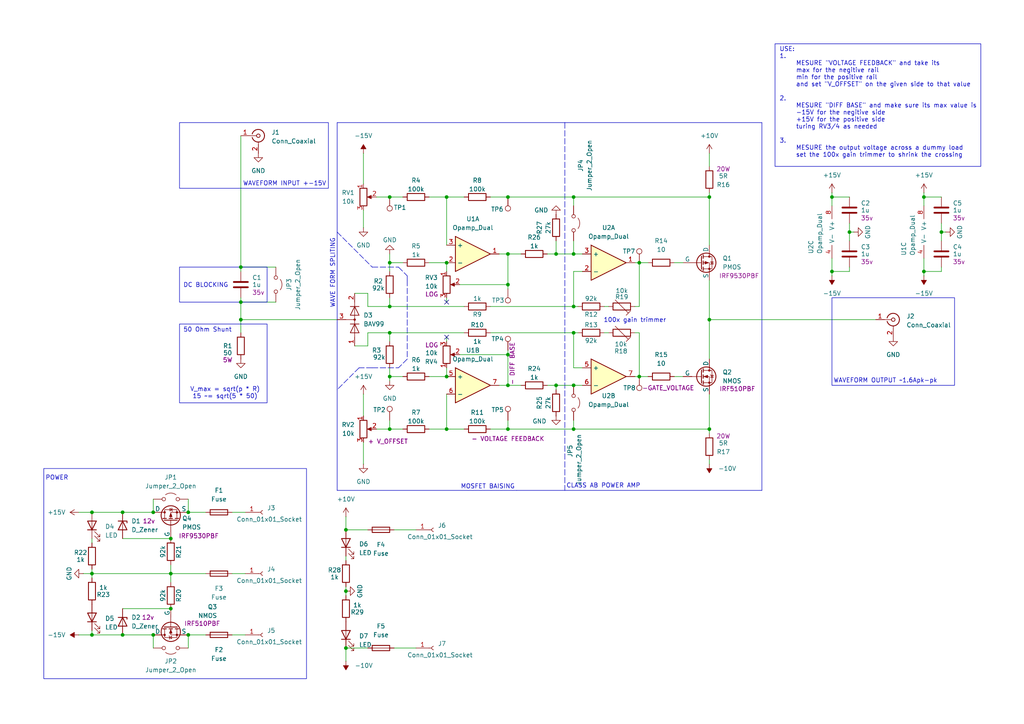
<source format=kicad_sch>
(kicad_sch (version 20250114) (generator "eeschema") (generator_version "9.0")
  (paper "A4")
  (title_block (title "CURRENT FUNCTION GEN") (date "2025-07-22") (rev "A") (comment 1 "FALSTAD SIM : https://tinyurl.com/23axph79"))
  (rectangle (start 224.79 12.7) (end 284.48 48.26))
  (rectangle (start 52.07 77.47) (end 77.47 87.63))
  (rectangle (start 52.07 35.56) (end 95.25 54.61))
  (rectangle (start 52.07 93.98) (end 77.47 116.84))
  (rectangle (start 12.7 135.89) (end 88.9 196.85))
  (rectangle (start 241.3 86.36) (end 276.86 111.76))
  (text "MOSFET BAISING" (at 141.478 141.224 0) (effects (font (size 1.27 1.27))))
  (text "WAVE FORM SPLITING" (at 96.52 79.248 90) (effects (font (size 1.27 1.27))))
  (text "POWER" (at 16.51 138.684 0) (effects (font (size 1.27 1.27))))
  (text "V_max = sqrt(p * R)\n15 ~= sqrt(5 * 50)\n" (at 65.278 114.046 0) (effects (font (size 1.27 1.27))))
  (text "WAVEFORM OUTPUT ~1.6Apk-pk\n" (at 256.794 110.49 0) (effects (font (size 1.27 1.27))))
  (text "CLASS AB POWER AMP" (at 175.006 140.97 0) (effects (font (size 1.27 1.27))))
  (text "100x gain trimmer" (at 184.15 92.964 0) (effects (font (size 1.27 1.27))))
  (text "50 Ohm Shunt" (at 60.198 95.758 0) (effects (font (size 1.27 1.27))))
  (text "DC BLOCKING" (at 59.69 82.804 0) (effects (font (size 1.27 1.27))))
  (text "USE:\n1.\n	MESURE \"VOLTAGE FEEDBACK\" and take its \n	max for the negitive rail\n	min for the positive rail\n	and set \"V_OFFSET\" on the given side to that value\n\n2.\n	MESURE \"DIFF BASE\" and make sure its max value is\n	-15V for the negitive side\n	+15V for the positive side\n	turing RV3/4 as needed\n\n3.\n	MESURE the output voltage across a dummy load\n	set the 100x gain trimmer to shrink the crossing" (at 226.06 29.718 0) (effects (font (size 1.27 1.27)) (justify left)))
  (text "WAVEFORM INPUT +-15V" (at 82.55 53.34 0) (effects (font (size 1.27 1.27))))
  (junction (at 49.53 176.53))
  (junction (at 129.54 57.15))
  (junction (at 147.32 73.66))
  (junction (at 100.33 153.67))
  (junction (at 166.37 88.9))
  (junction (at 205.74 92.71))
  (junction (at 113.03 124.46))
  (junction (at 241.3 57.15))
  (junction (at 241.3 78.74))
  (junction (at 113.03 109.22))
  (junction (at 100.33 187.96))
  (junction (at 147.32 102.87))
  (junction (at 113.03 96.52))
  (junction (at 166.37 96.52))
  (junction (at 185.42 76.2))
  (junction (at 147.32 111.76))
  (junction (at 69.85 92.71))
  (junction (at 161.29 111.76))
  (junction (at 54.61 148.59))
  (junction (at 205.74 124.46))
  (junction (at 113.03 57.15))
  (junction (at 44.45 184.15))
  (junction (at 44.45 148.59))
  (junction (at 267.97 57.15))
  (junction (at 113.03 88.9))
  (junction (at 161.29 73.66))
  (junction (at 147.32 57.15))
  (junction (at 166.37 111.76))
  (junction (at 69.85 77.47))
  (junction (at 49.53 156.21))
  (junction (at 166.37 57.15))
  (junction (at 54.61 184.15))
  (junction (at 129.54 76.2))
  (junction (at 166.37 124.46))
  (junction (at 69.85 87.63))
  (junction (at 129.54 124.46))
  (junction (at 166.37 73.66))
  (junction (at 273.05 67.31))
  (junction (at 26.67 184.15))
  (junction (at 267.97 78.74))
  (junction (at 100.33 171.45))
  (junction (at 129.54 109.22))
  (junction (at 35.56 148.59))
  (junction (at 35.56 184.15))
  (junction (at 147.32 124.46))
  (junction (at 185.42 109.22))
  (junction (at 147.32 82.55))
  (junction (at 26.67 166.37))
  (junction (at 246.38 67.31))
  (junction (at 113.03 76.2))
  (junction (at 205.74 57.15))
  (junction (at 26.67 148.59))
  (junction (at 49.53 166.37))
  (no_connect (at 129.54 87.63))
  (no_connect (at 129.54 97.79))
  (wire (pts (xy 124.46 124.46) (xy 129.54 124.46)))
  (polyline (pts (xy 107.95 77.47) (xy 115.57 77.47)) (stroke (width 0) (type dash)))
  (wire (pts (xy 241.3 74.93) (xy 241.3 78.74)))
  (wire (pts (xy 147.32 73.66) (xy 147.32 82.55)))
  (wire (pts (xy 161.29 111.76) (xy 161.29 113.03)))
  (wire (pts (xy 109.22 57.15) (xy 113.03 57.15)))
  (wire (pts (xy 184.15 76.2) (xy 185.42 76.2)))
  (wire (pts (xy 124.46 57.15) (xy 129.54 57.15)))
  (wire (pts (xy 113.03 76.2) (xy 116.84 76.2)))
  (wire (pts (xy 175.26 88.9) (xy 176.53 88.9)))
  (wire (pts (xy 35.56 156.21) (xy 49.53 156.21)))
  (polyline (pts (xy 107.95 77.47) (xy 107.95 77.47)))
  (wire (pts (xy 185.42 76.2) (xy 187.96 76.2)))
  (wire (pts (xy 267.97 57.15) (xy 273.05 57.15)))
  (wire (pts (xy 133.35 102.87) (xy 147.32 102.87)))
  (wire (pts (xy 26.67 156.21) (xy 26.67 157.48)))
  (wire (pts (xy 100.33 153.67) (xy 106.68 153.67)))
  (wire (pts (xy 166.37 73.66) (xy 168.91 73.66)))
  (polyline (pts (xy 107.95 106.68) (xy 104.14 106.68)) (stroke (width 0) (type dash)))
  (wire (pts (xy 267.97 55.88) (xy 267.97 57.15)))
  (wire (pts (xy 267.97 78.74) (xy 267.97 80.01)))
  (wire (pts (xy 205.74 92.71) (xy 254 92.71)))
  (wire (pts (xy 273.05 64.77) (xy 273.05 67.31)))
  (wire (pts (xy 147.32 124.46) (xy 166.37 124.46)))
  (wire (pts (xy 100.33 171.45) (xy 100.33 172.72)))
  (wire (pts (xy 113.03 106.68) (xy 113.03 109.22)))
  (polyline (pts (xy 118.11 81.28) (xy 118.11 104.14)) (stroke (width 0) (type dash)))
  (wire (pts (xy 129.54 76.2) (xy 129.54 78.74)))
  (wire (pts (xy 205.74 134.62) (xy 205.74 133.35)))
  (wire (pts (xy 142.24 96.52) (xy 166.37 96.52)))
  (polyline (pts (xy 97.79 67.31) (xy 97.79 113.03)))
  (wire (pts (xy 205.74 55.88) (xy 205.74 57.15)))
  (wire (pts (xy 246.38 77.47) (xy 246.38 78.74)))
  (wire (pts (xy 205.74 81.28) (xy 205.74 92.71)))
  (wire (pts (xy 129.54 114.3) (xy 129.54 124.46)))
  (wire (pts (xy 184.15 88.9) (xy 185.42 88.9)))
  (wire (pts (xy 35.56 184.15) (xy 44.45 184.15)))
  (wire (pts (xy 106.68 85.09) (xy 106.68 88.9)))
  (wire (pts (xy 26.67 166.37) (xy 49.53 166.37)))
  (wire (pts (xy 205.74 125.73) (xy 205.74 124.46)))
  (wire (pts (xy 114.3 187.96) (xy 120.65 187.96)))
  (wire (pts (xy 69.85 92.71) (xy 69.85 96.52)))
  (wire (pts (xy 185.42 96.52) (xy 185.42 109.22)))
  (wire (pts (xy 54.61 144.78) (xy 54.61 148.59)))
  (wire (pts (xy 175.26 96.52) (xy 176.53 96.52)))
  (wire (pts (xy 102.87 85.09) (xy 106.68 85.09)))
  (wire (pts (xy 124.46 109.22) (xy 129.54 109.22)))
  (wire (pts (xy 113.03 109.22) (xy 116.84 109.22)))
  (wire (pts (xy 35.56 176.53) (xy 49.53 176.53)))
  (wire (pts (xy 44.45 184.15) (xy 44.45 187.96)))
  (wire (pts (xy 166.37 69.85) (xy 166.37 73.66)))
  (wire (pts (xy 184.15 109.22) (xy 185.42 109.22)))
  (wire (pts (xy 106.68 88.9) (xy 113.03 88.9)))
  (wire (pts (xy 26.67 167.64) (xy 26.67 166.37)))
  (wire (pts (xy 241.3 55.88) (xy 241.3 57.15)))
  (polyline (pts (xy 163.83 35.56) (xy 163.83 142.24)) (stroke (width 0) (type dash)))
  (wire (pts (xy 100.33 187.96) (xy 106.68 187.96)))
  (wire (pts (xy 113.03 99.06) (xy 113.03 96.52)))
  (wire (pts (xy 185.42 109.22) (xy 187.96 109.22)))
  (wire (pts (xy 205.74 44.45) (xy 205.74 48.26)))
  (wire (pts (xy 67.31 166.37) (xy 71.12 166.37)))
  (wire (pts (xy 105.41 44.45) (xy 105.41 53.34)))
  (wire (pts (xy 113.03 110.49) (xy 113.03 109.22)))
  (wire (pts (xy 44.45 144.78) (xy 44.45 148.59)))
  (wire (pts (xy 205.74 92.71) (xy 205.74 104.14)))
  (wire (pts (xy 69.85 77.47) (xy 69.85 78.74)))
  (polyline (pts (xy 97.79 67.31) (xy 107.95 77.47)) (stroke (width 0) (type dash)))
  (wire (pts (xy 113.03 73.66) (xy 113.03 76.2)))
  (wire (pts (xy 69.85 87.63) (xy 69.85 92.71)))
  (wire (pts (xy 67.31 148.59) (xy 71.12 148.59)))
  (wire (pts (xy 195.58 76.2) (xy 198.12 76.2)))
  (wire (pts (xy 100.33 149.86) (xy 100.33 153.67)))
  (wire (pts (xy 142.24 57.15) (xy 147.32 57.15)))
  (wire (pts (xy 273.05 77.47) (xy 273.05 78.74)))
  (wire (pts (xy 69.85 77.47) (xy 80.01 77.47)))
  (wire (pts (xy 273.05 67.31) (xy 273.05 69.85)))
  (polyline (pts (xy 118.11 104.14) (xy 115.57 106.68)) (stroke (width 0) (type dash)))
  (polyline (pts (xy 97.79 35.56) (xy 163.83 35.56)))
  (polyline (pts (xy 97.79 113.03) (xy 97.79 142.24)))
  (wire (pts (xy 26.67 165.1) (xy 26.67 166.37)))
  (wire (pts (xy 106.68 96.52) (xy 106.68 100.33)))
  (wire (pts (xy 166.37 96.52) (xy 167.64 96.52)))
  (wire (pts (xy 158.75 111.76) (xy 161.29 111.76)))
  (wire (pts (xy 166.37 124.46) (xy 205.74 124.46)))
  (wire (pts (xy 147.32 111.76) (xy 147.32 102.87)))
  (wire (pts (xy 241.3 57.15) (xy 246.38 57.15)))
  (wire (pts (xy 147.32 57.15) (xy 166.37 57.15)))
  (wire (pts (xy 113.03 124.46) (xy 116.84 124.46)))
  (wire (pts (xy 166.37 57.15) (xy 205.74 57.15)))
  (wire (pts (xy 105.41 114.3) (xy 105.41 120.65)))
  (wire (pts (xy 185.42 76.2) (xy 185.42 88.9)))
  (wire (pts (xy 246.38 67.31) (xy 247.65 67.31)))
  (wire (pts (xy 22.86 148.59) (xy 26.67 148.59)))
  (polyline (pts (xy 220.98 35.56) (xy 220.98 142.24)))
  (wire (pts (xy 69.85 87.63) (xy 80.01 87.63)))
  (wire (pts (xy 166.37 78.74) (xy 168.91 78.74)))
  (wire (pts (xy 49.53 163.83) (xy 49.53 166.37)))
  (wire (pts (xy 100.33 161.29) (xy 100.33 162.56)))
  (wire (pts (xy 158.75 73.66) (xy 161.29 73.66)))
  (wire (pts (xy 54.61 184.15) (xy 54.61 187.96)))
  (wire (pts (xy 184.15 96.52) (xy 185.42 96.52)))
  (wire (pts (xy 205.74 114.3) (xy 205.74 124.46)))
  (wire (pts (xy 113.03 88.9) (xy 134.62 88.9)))
  (wire (pts (xy 113.03 78.74) (xy 113.03 76.2)))
  (wire (pts (xy 195.58 109.22) (xy 198.12 109.22)))
  (wire (pts (xy 273.05 67.31) (xy 274.32 67.31)))
  (wire (pts (xy 246.38 64.77) (xy 246.38 67.31)))
  (polyline (pts (xy 115.57 77.47) (xy 118.11 80.01)) (stroke (width 0) (type dash)))
  (wire (pts (xy 113.03 124.46) (xy 113.03 121.92)))
  (wire (pts (xy 161.29 73.66) (xy 166.37 73.66)))
  (wire (pts (xy 114.3 153.67) (xy 120.65 153.67)))
  (wire (pts (xy 54.61 184.15) (xy 59.69 184.15)))
  (wire (pts (xy 142.24 88.9) (xy 166.37 88.9)))
  (wire (pts (xy 106.68 96.52) (xy 113.03 96.52)))
  (wire (pts (xy 24.13 166.37) (xy 26.67 166.37)))
  (wire (pts (xy 22.86 184.15) (xy 26.67 184.15)))
  (wire (pts (xy 166.37 124.46) (xy 166.37 121.92)))
  (wire (pts (xy 129.54 97.79) (xy 129.54 99.06)))
  (wire (pts (xy 54.61 148.59) (xy 59.69 148.59)))
  (wire (pts (xy 129.54 124.46) (xy 134.62 124.46)))
  (wire (pts (xy 26.67 182.88) (xy 26.67 184.15)))
  (wire (pts (xy 142.24 124.46) (xy 147.32 124.46)))
  (wire (pts (xy 129.54 57.15) (xy 134.62 57.15)))
  (wire (pts (xy 241.3 78.74) (xy 246.38 78.74)))
  (wire (pts (xy 161.29 111.76) (xy 166.37 111.76)))
  (wire (pts (xy 105.41 134.62) (xy 105.41 128.27)))
  (wire (pts (xy 166.37 96.52) (xy 166.37 106.68)))
  (wire (pts (xy 267.97 57.15) (xy 267.97 59.69)))
  (wire (pts (xy 129.54 57.15) (xy 129.54 71.12)))
  (wire (pts (xy 205.74 57.15) (xy 205.74 71.12)))
  (wire (pts (xy 144.78 73.66) (xy 147.32 73.66)))
  (wire (pts (xy 49.53 166.37) (xy 59.69 166.37)))
  (wire (pts (xy 35.56 148.59) (xy 44.45 148.59)))
  (wire (pts (xy 100.33 191.77) (xy 100.33 187.96)))
  (wire (pts (xy 105.41 66.04) (xy 105.41 60.96)))
  (wire (pts (xy 100.33 170.18) (xy 100.33 171.45)))
  (wire (pts (xy 133.35 82.55) (xy 147.32 82.55)))
  (wire (pts (xy 147.32 73.66) (xy 151.13 73.66)))
  (wire (pts (xy 124.46 76.2) (xy 129.54 76.2)))
  (wire (pts (xy 241.3 78.74) (xy 241.3 80.01)))
  (wire (pts (xy 166.37 57.15) (xy 166.37 59.69)))
  (wire (pts (xy 241.3 57.15) (xy 241.3 59.69)))
  (wire (pts (xy 26.67 148.59) (xy 35.56 148.59)))
  (wire (pts (xy 129.54 87.63) (xy 129.54 86.36)))
  (wire (pts (xy 166.37 78.74) (xy 166.37 88.9)))
  (wire (pts (xy 161.29 69.85) (xy 161.29 73.66)))
  (wire (pts (xy 129.54 106.68) (xy 129.54 109.22)))
  (wire (pts (xy 166.37 88.9) (xy 167.64 88.9)))
  (wire (pts (xy 147.32 124.46) (xy 147.32 121.92)))
  (wire (pts (xy 113.03 57.15) (xy 116.84 57.15)))
  (wire (pts (xy 166.37 111.76) (xy 168.91 111.76)))
  (wire (pts (xy 26.67 184.15) (xy 35.56 184.15)))
  (wire (pts (xy 109.22 124.46) (xy 113.03 124.46)))
  (polyline (pts (xy 97.79 35.56) (xy 97.79 67.31)))
  (polyline (pts (xy 118.11 80.01) (xy 118.11 81.28)) (stroke (width 0) (type dash)))
  (polyline (pts (xy 104.14 106.68) (xy 97.79 113.03)) (stroke (width 0) (type dash)))
  (polyline (pts (xy 107.95 106.68) (xy 115.57 106.68)) (stroke (width 0) (type dash)))
  (wire (pts (xy 67.31 184.15) (xy 71.12 184.15)))
  (wire (pts (xy 69.85 39.37) (xy 69.85 77.47)))
  (wire (pts (xy 69.85 86.36) (xy 69.85 87.63)))
  (wire (pts (xy 166.37 106.68) (xy 168.91 106.68)))
  (wire (pts (xy 144.78 111.76) (xy 147.32 111.76)))
  (wire (pts (xy 69.85 92.71) (xy 97.79 92.71)))
  (wire (pts (xy 267.97 78.74) (xy 273.05 78.74)))
  (wire (pts (xy 246.38 67.31) (xy 246.38 69.85)))
  (polyline (pts (xy 97.79 142.24) (xy 149.86 142.24)))
  (wire (pts (xy 113.03 96.52) (xy 134.62 96.52)))
  (wire (pts (xy 113.03 86.36) (xy 113.03 88.9)))
  (polyline (pts (xy 149.86 142.24) (xy 220.98 142.24)) (stroke (width 0) (type solid)))
  (wire (pts (xy 102.87 100.33) (xy 106.68 100.33)))
  (wire (pts (xy 49.53 166.37) (xy 49.53 168.91)))
  (wire (pts (xy 267.97 74.93) (xy 267.97 78.74)))
  (wire (pts (xy 147.32 102.87) (xy 147.32 101.6)))
  (wire (pts (xy 147.32 82.55) (xy 147.32 83.82)))
  (wire (pts (xy 147.32 111.76) (xy 151.13 111.76)))
  (polyline (pts (xy 163.83 35.56) (xy 220.98 35.56)))
  (symbol (lib_id "Device:R_Potentiometer") (at 129.54 102.87 0) (mirror x) (unit 1)
    (property "Reference" "RV4" (at 127 104.902 0) (effects (justify right)))
    (property "Value" "10k" (at 127 102.362 0) (effects (justify right)))
    (property "Footprint" "Potentiometer_THT:Potentiometer_Bourns_PTV09A-1_Single_Vertical" (effects (hide yes)))
    (property "Datasheet" "https://www.bourns.com/docs/Product-Datasheets/ptv09.pdf" (effects (hide yes)))
    (property "Description" "Potentiometer" (effects (hide yes)))
    (property "Manufactor Number" "PTV09A-4025S-A103" (effects (hide yes)))
    (property "Notes" "LOG" (at 125.222 100.0759 0))
    (property "Supplier Link" "https://www.digikey.co.nz/en/products/detail/bourns-inc/PTV09A-4025S-A103/3820578" (effects (hide yes)))
  )
  (symbol (lib_id "Device:Fuse") (at 110.49 153.67 90) (unit 1)
    (property "Reference" "F4" (at 110.49 157.988 90))
    (property "Value" "Fuse" (at 110.49 160.528 90))
    (property "Footprint" "Fuse:Fuseholder_Clip-5x20mm_Bel_FC-203-22_Lateral_P17.80x5.00mm_D1.17mm_Horizontal" (effects (hide yes)))
    (property "Description" "Fuse" (effects (hide yes)))
  )
  (symbol (lib_id "Jumper:Jumper_2_Open") (at 166.37 116.84 270) (unit 1)
    (property "Reference" "JP5" (at 165.354 130.81 0))
    (property "Value" "Jumper_2_Open" (at 167.894 133.35 0))
    (property "Footprint" "Jumper:SolderJumper-2_P1.3mm_Open_TrianglePad1.0x1.5mm" (effects (hide yes)))
    (property "Description" "Jumper, 2-pole, open" (effects (hide yes)))
  )
  (symbol (lib_id "Device:R") (at 100.33 166.37 0) (unit 1)
    (property "Reference" "R28" (at 97.028 165.354 0))
    (property "Value" "1k" (at 97.028 167.386 0))
    (property "Footprint" "Resistor_SMD:R_0603_1608Metric" (effects (hide yes)))
    (property "Description" "Resistor" (effects (hide yes)))
  )
  (symbol (lib_id "Simulation_SPICE:PMOS") (at 203.2 76.2 0) (unit 1)
    (property "Reference" "Q1" (at 209.55 74.9299 0) (effects (justify left)))
    (property "Value" "PMOS" (at 209.55 77.4699 0) (effects (justify left)))
    (property "Footprint" "Package_TO_SOT_THT:TO-220-3_Horizontal_TabDown" (effects (hide yes)))
    (property "Datasheet" "https://www.vishay.com/docs/91076/91076.pdf" (effects (hide yes)))
    (property "Description" "P-MOSFET transistor, drain/source/gate" (effects (hide yes)))
    (property "Sim.Device" "PMOS" (effects (hide yes)))
    (property "Sim.Type" "VDMOS" (effects (hide yes)))
    (property "Sim.Pins" "1=D 2=G 3=S" (effects (hide yes)))
    (property "Manufactor Number" "IRF9530PBF" (at 214.376 80.01 0))
    (property "Supplier Link" "https://www.digikey.co.nz/en/products/detail/vishay-siliconix/IRF9530PBF/811815" (effects (hide yes)))
  )
  (symbol (lib_id "Device:LED") (at 26.67 152.4 90) (unit 1)
    (property "Reference" "D4" (at 30.48 152.7174 90) (effects (justify right)))
    (property "Value" "LED" (at 30.48 155.2574 90) (effects (justify right)))
    (property "Footprint" "Diode_SMD:D_0603_1608Metric" (effects (hide yes)))
    (property "Description" "Light emitting diode" (effects (hide yes)))
    (property "Sim.Pins" "1=K 2=A" (effects (hide yes)))
  )
  (symbol (lib_id "power:GND") (at 100.33 171.45 90) (unit 1)
    (property "Reference" "#PWR025" (effects (hide yes)))
    (property "Value" "GND" (at 104.394 169.418 0) (effects (justify right)))
    (property "Description" "Power symbol creates a global label with name \"GND\" , ground" (effects (hide yes)))
  )
  (symbol (lib_id "Device:R") (at 26.67 161.29 0) (unit 1)
    (property "Reference" "R22" (at 23.368 160.274 0))
    (property "Value" "1k" (at 23.368 162.306 0))
    (property "Footprint" "Resistor_SMD:R_0603_1608Metric" (effects (hide yes)))
    (property "Description" "Resistor" (effects (hide yes)))
  )
  (symbol (lib_id "Device:D_Zener") (at 35.56 152.4 270) (unit 1)
    (property "Reference" "D1" (at 38.1 151.1299 90) (effects (justify left)))
    (property "Value" "D_Zener" (at 38.1 153.6699 90) (effects (justify left)))
    (property "Footprint" "Diode_SMD:D_SOD-123" (effects (hide yes)))
    (property "Description" "Zener diode" (effects (hide yes)))
    (property "Manufactor Number" "MMSZ5231B-7-F" (effects (hide yes)))
    (property "Notes" "12v" (at 43.18 151.13 90))
    (property "Supplier Link" "https://www.diodes.com/assets/Datasheets/ds18015.pdf" (effects (hide yes)))
  )
  (symbol (lib_id "Simulation_SPICE:PMOS") (at 49.53 151.13 90) (unit 1)
    (property "Reference" "Q4" (at 52.832 150.3679 90) (effects (justify right)))
    (property "Value" "PMOS" (at 52.832 152.9079 90) (effects (justify right)))
    (property "Footprint" "Package_TO_SOT_THT:TO-220-3_Horizontal_TabDown" (effects (hide yes)))
    (property "Datasheet" "https://www.vishay.com/docs/91076/91076.pdf" (effects (hide yes)))
    (property "Description" "P-MOSFET transistor, drain/source/gate" (effects (hide yes)))
    (property "Sim.Device" "PMOS" (effects (hide yes)))
    (property "Sim.Type" "VDMOS" (effects (hide yes)))
    (property "Sim.Pins" "1=D 2=G 3=S" (effects (hide yes)))
    (property "Manufactor Number" "IRF9530PBF" (at 57.658 155.448 90))
    (property "Supplier Link" "https://www.digikey.co.nz/en/products/detail/vishay-siliconix/IRF9530PBF/811815" (effects (hide yes)))
  )
  (symbol (lib_id "power:GND") (at 113.03 73.66 180) (unit 1)
    (property "Reference" "#PWR06" (effects (hide yes)))
    (property "Value" "GND" (at 110.998 69.596 0) (effects (justify right)))
    (property "Description" "Power symbol creates a global label with name \"GND\" , ground" (effects (hide yes)))
  )
  (symbol (lib_id "Device:Fuse") (at 63.5 148.59 90) (unit 1)
    (property "Reference" "F1" (at 63.5 142.24 90))
    (property "Value" "Fuse" (at 63.5 144.78 90))
    (property "Footprint" "Fuse:Fuseholder_Clip-5x20mm_Bel_FC-203-22_Lateral_P17.80x5.00mm_D1.17mm_Horizontal" (effects (hide yes)))
    (property "Description" "Fuse" (effects (hide yes)))
  )
  (symbol (lib_id "Device:R") (at 154.94 73.66 270) (unit 1)
    (property "Reference" "R26" (at 154.94 68.834 90))
    (property "Value" "1k" (at 154.94 71.374 90))
    (property "Footprint" "Resistor_SMD:R_0603_1608Metric" (effects (hide yes)))
    (property "Description" "Resistor" (effects (hide yes)))
  )
  (symbol (lib_id "Device:R") (at 120.65 57.15 270) (unit 1)
    (property "Reference" "R4" (at 120.65 52.324 90))
    (property "Value" "100k" (at 120.65 54.864 90))
    (property "Footprint" "Resistor_SMD:R_0603_1608Metric" (effects (hide yes)))
    (property "Description" "Resistor" (effects (hide yes)))
  )
  (symbol (lib_id "power:+15V") (at 100.33 149.86 0) (unit 1)
    (property "Reference" "#PWR024" (effects (hide yes)))
    (property "Value" "+10V" (at 100.33 144.78 0))
    (property "Description" "Power symbol creates a global label with name \"+15V\"" (effects (hide yes)))
  )
  (symbol (lib_id "Connector:Conn_Coaxial") (at 259.08 92.71 0) (unit 1)
    (property "Reference" "J2" (at 262.89 91.7331 0) (effects (justify left)))
    (property "Value" "Conn_Coaxial" (at 262.89 94.2731 0) (effects (justify left)))
    (property "Footprint" "Connector_Coaxial:BNC_TEConnectivity_1478035_Horizontal" (effects (hide yes)))
    (property "Description" "coaxial connector (BNC, SMA, SMB, SMC, Cinch/RCA, LEMO, ...)" (effects (hide yes)))
  )
  (symbol (lib_id "power:-15V") (at 205.74 134.62 180) (unit 1)
    (property "Reference" "#PWR09" (effects (hide yes)))
    (property "Value" "-10V" (at 208.28 135.8899 0) (effects (justify right)))
    (property "Description" "Power symbol creates a global label with name \"-15V\"" (effects (hide yes)))
  )
  (symbol (lib_id "Device:LED") (at 26.67 179.07 90) (unit 1)
    (property "Reference" "D5" (at 30.48 179.3874 90) (effects (justify right)))
    (property "Value" "LED" (at 30.48 181.9274 90) (effects (justify right)))
    (property "Footprint" "Diode_SMD:D_0603_1608Metric" (effects (hide yes)))
    (property "Description" "Light emitting diode" (effects (hide yes)))
    (property "Sim.Pins" "1=K 2=A" (effects (hide yes)))
  )
  (symbol (lib_id "Connector:Conn_01x01_Socket") (at 76.2 184.15 0) (unit 1)
    (property "Reference" "J5" (at 77.47 182.8799 0) (effects (justify left)))
    (property "Value" "Conn_01x01_Socket" (at 68.58 186.182 0) (effects (justify left)))
    (property "Footprint" "Connector:Banana_Jack_1Pin" (effects (hide yes)))
    (property "Description" "Generic connector, single row, 01x01, script generated" (effects (hide yes)))
  )
  (symbol (lib_id "Device:R") (at 138.43 57.15 270) (unit 1)
    (property "Reference" "R8" (at 138.43 52.324 90))
    (property "Value" "100k" (at 138.43 54.864 90))
    (property "Footprint" "Resistor_SMD:R_0603_1608Metric" (effects (hide yes)))
    (property "Description" "Resistor" (effects (hide yes)))
  )
  (symbol (lib_id "Device:R") (at 191.77 76.2 90) (unit 1)
    (property "Reference" "R14" (at 191.77 69.85 90))
    (property "Value" "10" (at 191.77 72.39 90))
    (property "Footprint" "Resistor_SMD:R_0603_1608Metric" (effects (hide yes)))
    (property "Description" "Resistor" (effects (hide yes)))
  )
  (symbol (lib_id "Device:C") (at 273.05 60.96 180) (unit 1)
    (property "Reference" "C5" (at 276.352 58.928 0) (effects (justify right)))
    (property "Value" "1u" (at 276.352 60.9601 0) (effects (justify right)))
    (property "Footprint" "Capacitor_SMD:C_0805_2012Metric" (effects (hide yes)))
    (property "Description" "Unpolarized capacitor" (effects (hide yes)))
    (property "Manufactor Number" "CC0805KKX7R9BB105" (effects (hide yes)))
    (property "Notes" "35v" (at 278.13 63.2461 0))
    (property "Supplier Link" "https://www.digikey.co.nz/en/products/detail/yageo/CC0805KKX7R9BB105/5195292" (effects (hide yes)))
  )
  (symbol (lib_id "Device:Fuse") (at 63.5 184.15 90) (unit 1)
    (property "Reference" "F2" (at 63.5 188.468 90))
    (property "Value" "Fuse" (at 63.5 191.008 90))
    (property "Footprint" "Fuse:Fuseholder_Clip-5x20mm_Bel_FC-203-22_Lateral_P17.80x5.00mm_D1.17mm_Horizontal" (effects (hide yes)))
    (property "Description" "Fuse" (effects (hide yes)))
  )
  (symbol (lib_id "Device:R_Potentiometer") (at 129.54 82.55 0) (unit 1)
    (property "Reference" "RV3" (at 127 80.518 0) (effects (justify right)))
    (property "Value" "10k" (at 127 83.058 0) (effects (justify right)))
    (property "Footprint" "Potentiometer_THT:Potentiometer_Bourns_PTV09A-1_Single_Vertical" (effects (hide yes)))
    (property "Datasheet" "https://www.bourns.com/docs/Product-Datasheets/ptv09.pdf" (effects (hide yes)))
    (property "Description" "Potentiometer" (effects (hide yes)))
    (property "Manufactor Number" "PTV09A-4025S-A103" (effects (hide yes)))
    (property "Notes" "LOG" (at 125.222 85.3441 0))
    (property "Supplier Link" "https://www.digikey.co.nz/en/products/detail/bourns-inc/PTV09A-4025S-A103/3820578" (effects (hide yes)))
  )
  (symbol (lib_id "power:GND") (at 113.03 110.49 0) (unit 1)
    (property "Reference" "#PWR07" (effects (hide yes)))
    (property "Value" "GND" (at 113.03 115.57 0))
    (property "Description" "Power symbol creates a global label with name \"GND\" , ground" (effects (hide yes)))
  )
  (symbol (lib_id "power:GND") (at 161.29 120.65 0) (unit 1)
    (property "Reference" "#PWR021" (effects (hide yes)))
    (property "Value" "GND" (at 156.464 122.174 0))
    (property "Description" "Power symbol creates a global label with name \"GND\" , ground" (effects (hide yes)))
  )
  (symbol (lib_id "Device:Opamp_Dual") (at 270.51 67.31 0) (unit 3)
    (property "Reference" "U1" (at 262.128 74.168 90) (effects (justify left)))
    (property "Value" "Opamp_Dual" (at 264.668 74.168 90) (effects (justify left)))
    (property "Footprint" "Package_SO:SOIC-8-1EP_3.9x4.9mm_P1.27mm_EP2.29x3mm_ThermalVias" (effects (hide yes)))
    (property "Datasheet" "https://www.ti.com/lit/ds/symlink/lm7372.pdf?HQS=dis-dk-null-digikeymode-dsf-pf-null-wwe&ts=1753149553067&ref_url=https%253A%252F%252Fwww.ti.com%252Fgeneral%252Fdocs%252Fsuppproductinfo.tsp%253FdistId%253D10%2526gotoUrl%253Dhttps%253A%252F%252Fwww.ti.com%252Flit%252Fgpn%252Flm7372" (effects (hide yes)))
    (property "Description" "Dual operational amplifier" (effects (hide yes)))
    (property "Sim.Library" "${KICAD9_SYMBOL_DIR}/Simulation_SPICE.sp" (effects (hide yes)))
    (property "Sim.Name" "kicad_builtin_opamp_dual" (effects (hide yes)))
    (property "Sim.Device" "SUBCKT" (effects (hide yes)))
    (property "Sim.Pins" "1=out1 2=in1- 3=in1+ 4=vee 5=in2+ 6=in2- 7=out2 8=vcc" (effects (hide yes)))
    (property "Manufactor Number" "LM7372MRX" (effects (hide yes)))
    (property "Supplier Link" "https://www.digikey.co.nz/en/products/detail/texas-instruments/LM7372MRX-NOPB/1284484" (effects (hide yes)))
  )
  (symbol (lib_id "Device:R_Trim") (at 180.34 96.52 270) (unit 1)
    (property "Reference" "R18" (at 180.086 101.854 90))
    (property "Value" "10k" (at 180.086 99.822 90))
    (property "Footprint" "Potentiometer_THT:Potentiometer_Bourns_3296W_Vertical" (effects (hide yes)))
    (property "Datasheet" "https://www.bourns.com/docs/product-datasheets/3296.pdf" (effects (hide yes)))
    (property "Description" "Trimmable resistor (preset resistor)" (effects (hide yes)))
    (property "Supplier Link" "https://www.digikey.co.nz/en/products/detail/bourns-inc/3296W-1-103LF/1088045" (effects (hide yes)))
    (property "Manufactor Number" "3296W-1-103LF" (effects (hide yes)))
  )
  (symbol (lib_id "power:GND") (at 105.41 134.62 0) (unit 1)
    (property "Reference" "#PWR05" (effects (hide yes)))
    (property "Value" "GND" (at 105.41 139.7 0))
    (property "Description" "Power symbol creates a global label with name \"GND\" , ground" (effects (hide yes)))
  )
  (symbol (lib_id "power:-15V") (at 22.86 184.15 90) (unit 1)
    (property "Reference" "#PWR018" (effects (hide yes)))
    (property "Value" "-15V" (at 19.05 184.1499 90) (effects (justify left)))
    (property "Description" "Power symbol creates a global label with name \"-15V\"" (effects (hide yes)))
  )
  (symbol (lib_id "Device:Opamp_Dual") (at 137.16 111.76 0) (unit 2)
    (property "Reference" "U1" (at 137.16 101.6 0))
    (property "Value" "Opamp_Dual" (at 137.16 104.14 0))
    (property "Footprint" "Package_SO:SOIC-8-1EP_3.9x4.9mm_P1.27mm_EP2.29x3mm_ThermalVias" (effects (hide yes)))
    (property "Datasheet" "https://www.ti.com/lit/ds/symlink/lm7372.pdf?HQS=dis-dk-null-digikeymode-dsf-pf-null-wwe&ts=1753149553067&ref_url=https%253A%252F%252Fwww.ti.com%252Fgeneral%252Fdocs%252Fsuppproductinfo.tsp%253FdistId%253D10%2526gotoUrl%253Dhttps%253A%252F%252Fwww.ti.com%252Flit%252Fgpn%252Flm7372" (effects (hide yes)))
    (property "Description" "Dual operational amplifier" (effects (hide yes)))
    (property "Sim.Library" "${KICAD9_SYMBOL_DIR}/Simulation_SPICE.sp" (effects (hide yes)))
    (property "Sim.Name" "kicad_builtin_opamp_dual" (effects (hide yes)))
    (property "Sim.Device" "SUBCKT" (effects (hide yes)))
    (property "Sim.Pins" "1=out1 2=in1- 3=in1+ 4=vee 5=in2+ 6=in2- 7=out2 8=vcc" (effects (hide yes)))
    (property "Manufactor Number" "LM7372MRX" (effects (hide yes)))
    (property "Supplier Link" "https://www.digikey.co.nz/en/products/detail/texas-instruments/LM7372MRX-NOPB/1284484" (effects (hide yes)))
  )
  (symbol (lib_id "power:GND") (at 69.85 104.14 0) (unit 1)
    (property "Reference" "#PWR020" (effects (hide yes)))
    (property "Value" "GND" (at 69.85 109.22 0))
    (property "Description" "Power symbol creates a global label with name \"GND\" , ground" (effects (hide yes)))
  )
  (symbol (lib_id "Device:R") (at 161.29 116.84 0) (unit 1)
    (property "Reference" "R25" (at 156.464 116.84 90))
    (property "Value" "27k" (at 159.004 116.84 90))
    (property "Footprint" "Resistor_SMD:R_0603_1608Metric" (effects (hide yes)))
    (property "Description" "Resistor" (effects (hide yes)))
  )
  (symbol (lib_id "Connector:TestPoint") (at 147.32 121.92 0) (unit 1) (in_bom no)
    (property "Reference" "TP5" (at 142.494 118.872 0) (effects (justify left)))
    (property "Value" "TestPoint" (effects (hide yes)))
    (property "Footprint" "TestPoint:TestPoint_Bridge_Pitch2.54mm_Drill1.3mm" (effects (hide yes)))
    (property "Description" "test point" (effects (hide yes)))
    (property "Notes" "- VOLTAGE FEEDBACK" (at 147.32 127.254 0))
  )
  (symbol (lib_id "Device:R") (at 161.29 66.04 0) (unit 1)
    (property "Reference" "R27" (at 156.464 66.04 90))
    (property "Value" "27k" (at 159.004 66.04 90))
    (property "Footprint" "Resistor_SMD:R_0603_1608Metric" (effects (hide yes)))
    (property "Description" "Resistor" (effects (hide yes)))
  )
  (symbol (lib_id "power:GND") (at 105.41 66.04 0) (unit 1)
    (property "Reference" "#PWR03" (effects (hide yes)))
    (property "Value" "GND" (at 105.41 71.12 0))
    (property "Description" "Power symbol creates a global label with name \"GND\" , ground" (effects (hide yes)))
  )
  (symbol (lib_id "Connector:Conn_01x01_Socket") (at 125.73 187.96 0) (unit 1)
    (property "Reference" "J7" (at 127 186.6899 0) (effects (justify left)))
    (property "Value" "Conn_01x01_Socket" (at 118.11 189.992 0) (effects (justify left)))
    (property "Footprint" "Connector:Banana_Jack_1Pin" (effects (hide yes)))
    (property "Description" "Generic connector, single row, 01x01, script generated" (effects (hide yes)))
  )
  (symbol (lib_id "power:GND") (at 259.08 97.79 0) (unit 1)
    (property "Reference" "#PWR013" (effects (hide yes)))
    (property "Value" "GND" (at 259.08 102.87 0))
    (property "Description" "Power symbol creates a global label with name \"GND\" , ground" (effects (hide yes)))
  )
  (symbol (lib_id "power:+15V") (at 205.74 44.45 0) (unit 1)
    (property "Reference" "#PWR08" (effects (hide yes)))
    (property "Value" "+10V" (at 205.74 39.37 0))
    (property "Description" "Power symbol creates a global label with name \"+15V\"" (effects (hide yes)))
  )
  (symbol (lib_id "Device:Opamp_Dual") (at 176.53 76.2 0) (unit 1)
    (property "Reference" "U2" (at 176.53 66.04 0))
    (property "Value" "Opamp_Dual" (at 176.53 68.58 0))
    (property "Footprint" "Package_SO:SOIC-8-1EP_3.9x4.9mm_P1.27mm_EP2.29x3mm_ThermalVias" (effects (hide yes)))
    (property "Datasheet" "https://www.ti.com/lit/ds/symlink/lm7372.pdf?HQS=dis-dk-null-digikeymode-dsf-pf-null-wwe&ts=1753149553067&ref_url=https%253A%252F%252Fwww.ti.com%252Fgeneral%252Fdocs%252Fsuppproductinfo.tsp%253FdistId%253D10%2526gotoUrl%253Dhttps%253A%252F%252Fwww.ti.com%252Flit%252Fgpn%252Flm7372" (effects (hide yes)))
    (property "Description" "Dual operational amplifier" (effects (hide yes)))
    (property "Sim.Library" "${KICAD9_SYMBOL_DIR}/Simulation_SPICE.sp" (effects (hide yes)))
    (property "Sim.Name" "kicad_builtin_opamp_dual" (effects (hide yes)))
    (property "Sim.Device" "SUBCKT" (effects (hide yes)))
    (property "Sim.Pins" "1=out1 2=in1- 3=in1+ 4=vee 5=in2+ 6=in2- 7=out2 8=vcc" (effects (hide yes)))
    (property "Manufactor Number" "LM7372MRX" (effects (hide yes)))
    (property "Supplier Link" "https://www.digikey.co.nz/en/products/detail/texas-instruments/LM7372MRX-NOPB/1284484" (effects (hide yes)))
  )
  (symbol (lib_id "Device:Opamp_Dual") (at 243.84 67.31 0) (unit 3)
    (property "Reference" "U2" (at 235.204 73.66 90) (effects (justify left)))
    (property "Value" "Opamp_Dual" (at 237.744 73.66 90) (effects (justify left)))
    (property "Footprint" "Package_SO:SOIC-8-1EP_3.9x4.9mm_P1.27mm_EP2.29x3mm_ThermalVias" (effects (hide yes)))
    (property "Datasheet" "https://www.ti.com/lit/ds/symlink/lm7372.pdf?HQS=dis-dk-null-digikeymode-dsf-pf-null-wwe&ts=1753149553067&ref_url=https%253A%252F%252Fwww.ti.com%252Fgeneral%252Fdocs%252Fsuppproductinfo.tsp%253FdistId%253D10%2526gotoUrl%253Dhttps%253A%252F%252Fwww.ti.com%252Flit%252Fgpn%252Flm7372" (effects (hide yes)))
    (property "Description" "Dual operational amplifier" (effects (hide yes)))
    (property "Sim.Library" "${KICAD9_SYMBOL_DIR}/Simulation_SPICE.sp" (effects (hide yes)))
    (property "Sim.Name" "kicad_builtin_opamp_dual" (effects (hide yes)))
    (property "Sim.Device" "SUBCKT" (effects (hide yes)))
    (property "Sim.Pins" "1=out1 2=in1- 3=in1+ 4=vee 5=in2+ 6=in2- 7=out2 8=vcc" (effects (hide yes)))
    (property "Manufactor Number" "LM7372MRX" (effects (hide yes)))
    (property "Supplier Link" "https://www.digikey.co.nz/en/products/detail/texas-instruments/LM7372MRX-NOPB/1284484" (effects (hide yes)))
  )
  (symbol (lib_id "power:GND") (at 247.65 67.31 90) (unit 1)
    (property "Reference" "#PWR012" (effects (hide yes)))
    (property "Value" "GND" (at 251.714 65.278 0) (effects (justify right)))
    (property "Description" "Power symbol creates a global label with name \"GND\" , ground" (effects (hide yes)))
  )
  (symbol (lib_id "Device:R") (at 100.33 176.53 180) (unit 1)
    (property "Reference" "R29" (at 103.632 177.546 0))
    (property "Value" "1k" (at 103.632 175.514 0))
    (property "Footprint" "Resistor_SMD:R_0603_1608Metric" (effects (hide yes)))
    (property "Description" "Resistor" (effects (hide yes)))
  )
  (symbol (lib_id "Connector:TestPoint") (at 147.32 101.6 0) (unit 1) (in_bom no)
    (property "Reference" "TP4" (at 142.494 98.298 0) (effects (justify left)))
    (property "Value" "TestPoint" (effects (hide yes)))
    (property "Footprint" "TestPoint:TestPoint_Bridge_Pitch2.54mm_Drill1.3mm" (effects (hide yes)))
    (property "Description" "test point" (effects (hide yes)))
    (property "Notes" "- DIFF BASE" (at 148.59 105.41 90))
  )
  (symbol (lib_id "Jumper:Jumper_2_Open") (at 166.37 64.77 270) (unit 1)
    (property "Reference" "JP4" (at 168.402 48.006 0))
    (property "Value" "Jumper_2_Open" (at 170.942 48.006 0))
    (property "Footprint" "Jumper:SolderJumper-2_P1.3mm_Open_TrianglePad1.0x1.5mm" (effects (hide yes)))
    (property "Description" "Jumper, 2-pole, open" (effects (hide yes)))
  )
  (symbol (lib_id "Device:R") (at 69.85 100.33 0) (unit 1)
    (property "Reference" "R1" (at 66.04 100.33 0))
    (property "Value" "50" (at 66.04 102.362 0))
    (property "Footprint" "Resistor_THT:R_Axial_DIN0309_L9.0mm_D3.2mm_P12.70mm_Horizontal" (effects (hide yes)))
    (property "Description" "Resistor" (effects (hide yes)))
    (property "Manufactor Number" "UB5C-10RF1" (effects (hide yes)))
    (property "Notes" "5W" (at 66.04 104.394 0))
    (property "Supplier Link" "https://www.digikey.co.nz/en/products/detail/riedon-products-by-bourns/UB5C-10RF1/2176635" (effects (hide yes)))
  )
  (symbol (lib_id "Device:R") (at 138.43 96.52 270) (unit 1)
    (property "Reference" "R10" (at 138.43 94.234 90))
    (property "Value" "1k" (at 138.43 99.06 90))
    (property "Footprint" "Resistor_SMD:R_0603_1608Metric" (effects (hide yes)))
    (property "Description" "Resistor" (effects (hide yes)))
  )
  (symbol (lib_id "Connector:TestPoint") (at 113.03 57.15 180) (unit 1) (in_bom no)
    (property "Reference" "TP1" (at 117.856 60.198 0) (effects (justify left)))
    (property "Value" "TestPoint" (effects (hide yes)))
    (property "Footprint" "TestPoint:TestPoint_Bridge_Pitch2.54mm_Drill1.3mm" (effects (hide yes)))
    (property "Description" "test point" (effects (hide yes)))
  )
  (symbol (lib_id "power:-15V") (at 100.33 191.77 180) (unit 1)
    (property "Reference" "#PWR023" (effects (hide yes)))
    (property "Value" "-10V" (at 102.87 193.0399 0) (effects (justify right)))
    (property "Description" "Power symbol creates a global label with name \"-15V\"" (effects (hide yes)))
  )
  (symbol (lib_id "Device:D_Zener") (at 35.56 180.34 270) (unit 1)
    (property "Reference" "D2" (at 38.1 179.0699 90) (effects (justify left)))
    (property "Value" "D_Zener" (at 38.1 181.6099 90) (effects (justify left)))
    (property "Footprint" "Diode_SMD:D_SOD-123" (effects (hide yes)))
    (property "Description" "Zener diode" (effects (hide yes)))
    (property "Manufactor Number" "MMSZ5231B-7-F" (effects (hide yes)))
    (property "Notes" "12v" (at 42.926 179.07 90))
    (property "Supplier Link" "https://www.diodes.com/assets/Datasheets/ds18015.pdf" (effects (hide yes)))
  )
  (symbol (lib_id "Device:R") (at 26.67 171.45 180) (unit 1)
    (property "Reference" "R23" (at 29.972 172.466 0))
    (property "Value" "1k" (at 29.972 170.434 0))
    (property "Footprint" "Resistor_SMD:R_0603_1608Metric" (effects (hide yes)))
    (property "Description" "Resistor" (effects (hide yes)))
  )
  (symbol (lib_id "Connector:TestPoint") (at 113.03 121.92 0) (unit 1) (in_bom no)
    (property "Reference" "TP2" (at 108.204 118.872 0) (effects (justify left)))
    (property "Value" "TestPoint" (effects (hide yes)))
    (property "Footprint" "TestPoint:TestPoint_Bridge_Pitch2.54mm_Drill1.3mm" (effects (hide yes)))
    (property "Description" "test point" (effects (hide yes)))
    (property "Notes" "+ V_OFFSET" (at 112.522 128.016 0))
  )
  (symbol (lib_id "Device:R") (at 205.74 52.07 0) (unit 1)
    (property "Reference" "R16" (at 209.804 53.594 0))
    (property "Value" "5R" (at 209.804 51.054 0))
    (property "Footprint" "Package_TO_SOT_THT:TO-220-2_Horizontal_TabDown" (effects (hide yes)))
    (property "Datasheet" "https://www.bourns.com/docs/Product-Datasheets/PWR220T-35.pdf" (effects (hide yes)))
    (property "Description" "Resistor" (effects (hide yes)))
    (property "Manufactor Number" "PWR220T-35-5R00F" (effects (hide yes)))
    (property "Notes" "20W" (at 209.804 49.022 0))
    (property "Supplier Link" "https://www.digikey.co.nz/en/products/detail/bourns-inc/PWR220T-35-5R00F/4699653" (effects (hide yes)))
  )
  (symbol (lib_id "power:+15V") (at 22.86 148.59 90) (unit 1)
    (property "Reference" "#PWR017" (effects (hide yes)))
    (property "Value" "+15V" (at 19.05 148.5899 90) (effects (justify left)))
    (property "Description" "Power symbol creates a global label with name \"+15V\"" (effects (hide yes)))
  )
  (symbol (lib_id "Connector:Conn_01x01_Socket") (at 76.2 148.59 0) (unit 1)
    (property "Reference" "J3" (at 77.47 147.3199 0) (effects (justify left)))
    (property "Value" "Conn_01x01_Socket" (at 68.58 150.622 0) (effects (justify left)))
    (property "Footprint" "Connector:Banana_Jack_1Pin" (effects (hide yes)))
    (property "Description" "Generic connector, single row, 01x01, script generated" (effects (hide yes)))
  )
  (symbol (lib_id "power:GND") (at 24.13 166.37 270) (unit 1)
    (property "Reference" "#PWR019" (effects (hide yes)))
    (property "Value" "GND" (at 20.066 168.402 0) (effects (justify right)))
    (property "Description" "Power symbol creates a global label with name \"GND\" , ground" (effects (hide yes)))
  )
  (symbol (lib_id "Connector:TestPoint") (at 147.32 57.15 180) (unit 1) (in_bom no)
    (property "Reference" "TP6" (at 146.05 60.706 0) (effects (justify left)))
    (property "Value" "TestPoint" (effects (hide yes)))
    (property "Footprint" "TestPoint:TestPoint_Bridge_Pitch2.54mm_Drill1.3mm" (effects (hide yes)))
    (property "Description" "test point" (effects (hide yes)))
  )
  (symbol (lib_id "power:-15V") (at 267.97 80.01 180) (unit 1)
    (property "Reference" "#PWR015" (effects (hide yes)))
    (property "Value" "-15V" (at 267.97 85.09 0))
    (property "Description" "Power symbol creates a global label with name \"-15V\"" (effects (hide yes)))
  )
  (symbol (lib_id "power:+15V") (at 105.41 114.3 0) (unit 1)
    (property "Reference" "#PWR04" (effects (hide yes)))
    (property "Value" "+15V" (at 105.41 109.22 0))
    (property "Description" "Power symbol creates a global label with name \"+15V\"" (effects (hide yes)))
  )
  (symbol (lib_id "Device:R") (at 113.03 82.55 0) (unit 1)
    (property "Reference" "R2" (at 109.728 81.534 0))
    (property "Value" "92k" (at 109.728 83.566 0))
    (property "Footprint" "Resistor_SMD:R_0603_1608Metric" (effects (hide yes)))
    (property "Description" "Resistor" (effects (hide yes)))
  )
  (symbol (lib_id "Device:R") (at 49.53 172.72 180) (unit 1)
    (property "Reference" "R20" (at 51.816 172.72 90))
    (property "Value" "92k" (at 47.244 172.72 90))
    (property "Footprint" "Resistor_SMD:R_0603_1608Metric" (effects (hide yes)))
    (property "Description" "Resistor" (effects (hide yes)))
  )
  (symbol (lib_id "Device:Opamp_Dual") (at 137.16 73.66 0) (unit 1)
    (property "Reference" "U1" (at 137.16 63.5 0))
    (property "Value" "Opamp_Dual" (at 137.16 66.04 0))
    (property "Footprint" "Package_SO:SOIC-8-1EP_3.9x4.9mm_P1.27mm_EP2.29x3mm_ThermalVias" (effects (hide yes)))
    (property "Datasheet" "https://www.ti.com/lit/ds/symlink/lm7372.pdf?HQS=dis-dk-null-digikeymode-dsf-pf-null-wwe&ts=1753149553067&ref_url=https%253A%252F%252Fwww.ti.com%252Fgeneral%252Fdocs%252Fsuppproductinfo.tsp%253FdistId%253D10%2526gotoUrl%253Dhttps%253A%252F%252Fwww.ti.com%252Flit%252Fgpn%252Flm7372" (effects (hide yes)))
    (property "Description" "Dual operational amplifier" (effects (hide yes)))
    (property "Sim.Library" "${KICAD9_SYMBOL_DIR}/Simulation_SPICE.sp" (effects (hide yes)))
    (property "Sim.Name" "kicad_builtin_opamp_dual" (effects (hide yes)))
    (property "Sim.Device" "SUBCKT" (effects (hide yes)))
    (property "Sim.Pins" "1=out1 2=in1- 3=in1+ 4=vee 5=in2+ 6=in2- 7=out2 8=vcc" (effects (hide yes)))
    (property "Manufactor Number" "LM7372MRX" (effects (hide yes)))
    (property "Supplier Link" "https://www.digikey.co.nz/en/products/detail/texas-instruments/LM7372MRX-NOPB/1284484" (effects (hide yes)))
  )
  (symbol (lib_id "Device:C") (at 273.05 73.66 180) (unit 1)
    (property "Reference" "C4" (at 276.352 71.628 0) (effects (justify right)))
    (property "Value" "1u" (at 276.352 73.6601 0) (effects (justify right)))
    (property "Footprint" "Capacitor_SMD:C_0805_2012Metric" (effects (hide yes)))
    (property "Description" "Unpolarized capacitor" (effects (hide yes)))
    (property "Manufactor Number" "CC0805KKX7R9BB105" (effects (hide yes)))
    (property "Notes" "35v" (at 278.13 75.9461 0))
    (property "Supplier Link" "https://www.digikey.co.nz/en/products/detail/yageo/CC0805KKX7R9BB105/5195292" (effects (hide yes)))
  )
  (symbol (lib_id "Device:LED") (at 100.33 184.15 90) (unit 1)
    (property "Reference" "D7" (at 104.14 184.4674 90) (effects (justify right)))
    (property "Value" "LED" (at 104.14 187.0074 90) (effects (justify right)))
    (property "Footprint" "Diode_SMD:D_0603_1608Metric" (effects (hide yes)))
    (property "Description" "Light emitting diode" (effects (hide yes)))
    (property "Sim.Pins" "1=K 2=A" (effects (hide yes)))
  )
  (symbol (lib_id "Device:Opamp_Dual") (at 176.53 109.22 0) (unit 2)
    (property "Reference" "U2" (at 176.53 114.808 0))
    (property "Value" "Opamp_Dual" (at 176.53 117.348 0))
    (property "Footprint" "Package_SO:SOIC-8-1EP_3.9x4.9mm_P1.27mm_EP2.29x3mm_ThermalVias" (effects (hide yes)))
    (property "Datasheet" "https://www.ti.com/lit/ds/symlink/lm7372.pdf?HQS=dis-dk-null-digikeymode-dsf-pf-null-wwe&ts=1753149553067&ref_url=https%253A%252F%252Fwww.ti.com%252Fgeneral%252Fdocs%252Fsuppproductinfo.tsp%253FdistId%253D10%2526gotoUrl%253Dhttps%253A%252F%252Fwww.ti.com%252Flit%252Fgpn%252Flm7372" (effects (hide yes)))
    (property "Description" "Dual operational amplifier" (effects (hide yes)))
    (property "Sim.Library" "${KICAD9_SYMBOL_DIR}/Simulation_SPICE.sp" (effects (hide yes)))
    (property "Sim.Name" "kicad_builtin_opamp_dual" (effects (hide yes)))
    (property "Sim.Device" "SUBCKT" (effects (hide yes)))
    (property "Sim.Pins" "1=out1 2=in1- 3=in1+ 4=vee 5=in2+ 6=in2- 7=out2 8=vcc" (effects (hide yes)))
    (property "Manufactor Number" "LM7372MRX" (effects (hide yes)))
    (property "Supplier Link" "https://www.digikey.co.nz/en/products/detail/texas-instruments/LM7372MRX-NOPB/1284484" (effects (hide yes)))
  )
  (symbol (lib_id "Device:C") (at 246.38 73.66 180) (unit 1)
    (property "Reference" "C3" (at 249.682 71.628 0) (effects (justify right)))
    (property "Value" "1u" (at 249.682 73.6601 0) (effects (justify right)))
    (property "Footprint" "Capacitor_SMD:C_0805_2012Metric" (effects (hide yes)))
    (property "Description" "Unpolarized capacitor" (effects (hide yes)))
    (property "Manufactor Number" "CC0805KKX7R9BB105" (effects (hide yes)))
    (property "Notes" "35v" (at 251.46 75.9461 0))
    (property "Supplier Link" "https://www.digikey.co.nz/en/products/detail/yageo/CC0805KKX7R9BB105/5195292" (effects (hide yes)))
  )
  (symbol (lib_id "Device:R_Potentiometer") (at 105.41 124.46 0) (unit 1)
    (property "Reference" "RV2" (at 102.87 123.1899 0) (effects (justify right)))
    (property "Value" "10k" (at 102.87 125.7299 0) (effects (justify right)))
    (property "Footprint" "footprints:POT_P120PK-x25_TTE" (effects (hide yes)))
    (property "Description" "Potentiometer" (effects (hide yes)))
    (property "Manufactor Number" "P120PK-Y25BR10K" (effects (hide yes)))
    (property "Supplier Link" "https://www.digikey.co.nz/en/products/detail/tt-electronics-bi/P120PK-Y25BR10K/5957454" (effects (hide yes)))
  )
  (symbol (lib_id "Device:R_Trim") (at 180.34 88.9 270) (unit 1)
    (property "Reference" "R19" (at 180.34 86.106 90))
    (property "Value" "10k" (at 180.34 84.328 90))
    (property "Footprint" "Potentiometer_THT:Potentiometer_Bourns_3296W_Vertical" (effects (hide yes)))
    (property "Datasheet" "https://www.bourns.com/docs/product-datasheets/3296.pdf" (effects (hide yes)))
    (property "Description" "Trimmable resistor (preset resistor)" (effects (hide yes)))
    (property "Manufactor Number" "3296W-1-103LF" (effects (hide yes)))
    (property "Supplier Link" "https://www.digikey.co.nz/en/products/detail/bourns-inc/3296W-1-103LF/1088045" (effects (hide yes)))
  )
  (symbol (lib_id "Device:R") (at 205.74 129.54 0) (unit 1)
    (property "Reference" "R17" (at 209.804 131.064 0))
    (property "Value" "5R" (at 209.804 128.524 0))
    (property "Footprint" "Package_TO_SOT_THT:TO-220-2_Horizontal_TabDown" (effects (hide yes)))
    (property "Datasheet" "https://www.bourns.com/docs/Product-Datasheets/PWR220T-35.pdf" (effects (hide yes)))
    (property "Description" "Resistor" (effects (hide yes)))
    (property "Manufactor Number" "PWR220T-35-5R00F" (effects (hide yes)))
    (property "Notes" "20W" (at 209.804 126.492 0))
    (property "Supplier Link" "https://www.digikey.co.nz/en/products/detail/bourns-inc/PWR220T-35-5R00F/4699653" (effects (hide yes)))
  )
  (symbol (lib_id "Device:R") (at 138.43 124.46 270) (unit 1)
    (property "Reference" "R11" (at 138.43 119.634 90))
    (property "Value" "100k" (at 138.43 122.174 90))
    (property "Footprint" "Resistor_SMD:R_0603_1608Metric" (effects (hide yes)))
    (property "Description" "Resistor" (effects (hide yes)))
  )
  (symbol (lib_id "Connector:TestPoint") (at 185.42 109.22 180) (unit 1) (in_bom no)
    (property "Reference" "TP8" (at 184.404 112.522 0) (effects (justify left)))
    (property "Value" "TestPoint" (effects (hide yes)))
    (property "Footprint" "TestPoint:TestPoint_Bridge_Pitch2.54mm_Drill1.3mm" (effects (hide yes)))
    (property "Description" "test point" (effects (hide yes)))
    (property "Notes" "-GATE_VOLTAGE" (at 193.802 112.522 0))
  )
  (symbol (lib_id "Jumper:Jumper_2_Open") (at 80.01 82.55 270) (unit 1)
    (property "Reference" "JP3" (at 83.82 82.55 0))
    (property "Value" "Jumper_2_Open" (at 86.36 82.55 0))
    (property "Footprint" "Jumper:SolderJumper-2_P1.3mm_Open_TrianglePad1.0x1.5mm" (effects (hide yes)))
    (property "Description" "Jumper, 2-pole, open" (effects (hide yes)))
  )
  (symbol (lib_id "Connector:Conn_01x01_Socket") (at 76.2 166.37 0) (unit 1)
    (property "Reference" "J4" (at 77.47 165.0999 0) (effects (justify left)))
    (property "Value" "Conn_01x01_Socket" (at 68.58 168.402 0) (effects (justify left)))
    (property "Footprint" "Connector:Banana_Jack_1Pin" (effects (hide yes)))
    (property "Description" "Generic connector, single row, 01x01, script generated" (effects (hide yes)))
  )
  (symbol (lib_id "power:GND") (at 74.93 44.45 0) (unit 1)
    (property "Reference" "#PWR01" (effects (hide yes)))
    (property "Value" "GND" (at 74.93 49.53 0))
    (property "Description" "Power symbol creates a global label with name \"GND\" , ground" (effects (hide yes)))
  )
  (symbol (lib_id "Device:R") (at 154.94 111.76 270) (unit 1)
    (property "Reference" "R24" (at 154.94 106.934 90))
    (property "Value" "1k" (at 154.94 109.474 90))
    (property "Footprint" "Resistor_SMD:R_0603_1608Metric" (effects (hide yes)))
    (property "Description" "Resistor" (effects (hide yes)))
  )
  (symbol (lib_id "Device:R") (at 171.45 88.9 270) (unit 1)
    (property "Reference" "R12" (at 171.45 91.186 90))
    (property "Value" "92k" (at 171.45 86.614 90))
    (property "Footprint" "Resistor_SMD:R_0603_1608Metric" (effects (hide yes)))
    (property "Description" "Resistor" (effects (hide yes)))
  )
  (symbol (lib_id "Device:R") (at 113.03 102.87 0) (unit 1)
    (property "Reference" "R3" (at 109.22 101.6 0))
    (property "Value" "92k" (at 109.982 103.632 0))
    (property "Footprint" "Resistor_SMD:R_0603_1608Metric" (effects (hide yes)))
    (property "Description" "Resistor" (effects (hide yes)))
  )
  (symbol (lib_id "Device:R") (at 120.65 109.22 270) (unit 1)
    (property "Reference" "R6" (at 120.65 104.394 90))
    (property "Value" "1k" (at 120.65 106.934 90))
    (property "Footprint" "Resistor_SMD:R_0603_1608Metric" (effects (hide yes)))
    (property "Description" "Resistor" (effects (hide yes)))
  )
  (symbol (lib_id "Connector:Conn_01x01_Socket") (at 125.73 153.67 0) (unit 1)
    (property "Reference" "J6" (at 127 152.3999 0) (effects (justify left)))
    (property "Value" "Conn_01x01_Socket" (at 118.11 155.702 0) (effects (justify left)))
    (property "Footprint" "Connector:Banana_Jack_1Pin" (effects (hide yes)))
    (property "Description" "Generic connector, single row, 01x01, script generated" (effects (hide yes)))
  )
  (symbol (lib_id "power:GND") (at 161.29 62.23 180) (unit 1)
    (property "Reference" "#PWR022" (effects (hide yes)))
    (property "Value" "GND" (at 154.94 60.96 0) (effects (justify right)))
    (property "Description" "Power symbol creates a global label with name \"GND\" , ground" (effects (hide yes)))
  )
  (symbol (lib_id "Device:R") (at 191.77 109.22 90) (unit 1)
    (property "Reference" "R15" (at 191.77 102.87 90))
    (property "Value" "10" (at 191.77 105.41 90))
    (property "Footprint" "Resistor_SMD:R_0603_1608Metric" (effects (hide yes)))
    (property "Description" "Resistor" (effects (hide yes)))
  )
  (symbol (lib_id "Simulation_SPICE:NMOS") (at 49.53 181.61 90) (mirror x) (unit 1)
    (property "Reference" "Q3" (at 62.992 176.022 90) (effects (justify left)))
    (property "Value" "NMOS" (at 62.992 178.562 90) (effects (justify left)))
    (property "Footprint" "Package_TO_SOT_THT:TO-220-3_Horizontal_TabDown" (effects (hide yes)))
    (property "Datasheet" "https://www.vishay.com/docs/91015/irf510.pdf" (effects (hide yes)))
    (property "Description" "N-MOSFET transistor, drain/source/gate" (effects (hide yes)))
    (property "Sim.Device" "NMOS" (effects (hide yes)))
    (property "Sim.Type" "VDMOS" (effects (hide yes)))
    (property "Sim.Pins" "1=D 2=G 3=S" (effects (hide yes)))
    (property "Manufactor Number" "IRF510PBF" (at 58.674 180.8481 90))
    (property "Supplier Link" "https://www.digikey.co.nz/en/products/detail/vishay-siliconix/IRF510PBF/811710" (effects (hide yes)))
  )
  (symbol (lib_id "Device:R") (at 171.45 96.52 270) (unit 1)
    (property "Reference" "R13" (at 171.45 94.234 90))
    (property "Value" "92k" (at 171.45 98.806 90))
    (property "Footprint" "Resistor_SMD:R_0603_1608Metric" (effects (hide yes)))
    (property "Description" "Resistor" (effects (hide yes)))
  )
  (symbol (lib_id "Device:R") (at 120.65 124.46 270) (unit 1)
    (property "Reference" "R7" (at 120.65 119.634 90))
    (property "Value" "100k" (at 120.65 122.174 90))
    (property "Footprint" "Resistor_SMD:R_0603_1608Metric" (effects (hide yes)))
    (property "Description" "Resistor" (effects (hide yes)))
  )
  (symbol (lib_id "power:GND") (at 274.32 67.31 90) (unit 1)
    (property "Reference" "#PWR016" (effects (hide yes)))
    (property "Value" "GND" (at 278.384 65.278 0) (effects (justify right)))
    (property "Description" "Power symbol creates a global label with name \"GND\" , ground" (effects (hide yes)))
  )
  (symbol (lib_id "Device:R") (at 120.65 76.2 270) (unit 1)
    (property "Reference" "R5" (at 120.65 71.374 90))
    (property "Value" "1k" (at 120.65 73.914 90))
    (property "Footprint" "Resistor_SMD:R_0603_1608Metric" (effects (hide yes)))
    (property "Description" "Resistor" (effects (hide yes)))
  )
  (symbol (lib_id "Device:Fuse") (at 63.5 166.37 90) (unit 1)
    (property "Reference" "F3" (at 63.5 170.688 90))
    (property "Value" "Fuse" (at 63.5 173.228 90))
    (property "Footprint" "Fuse:Fuseholder_Clip-5x20mm_Bel_FC-203-22_Lateral_P17.80x5.00mm_D1.17mm_Horizontal" (effects (hide yes)))
    (property "Description" "Fuse" (effects (hide yes)))
  )
  (symbol (lib_id "Jumper:Jumper_2_Open") (at 49.53 144.78 0) (unit 1)
    (property "Reference" "JP1" (at 49.53 138.43 0))
    (property "Value" "Jumper_2_Open" (at 49.53 140.97 0))
    (property "Footprint" "Jumper:SolderJumper-2_P1.3mm_Open_TrianglePad1.0x1.5mm" (effects (hide yes)))
    (property "Description" "Jumper, 2-pole, open" (effects (hide yes)))
  )
  (symbol (lib_id "Device:C") (at 69.85 82.55 180) (unit 1)
    (property "Reference" "C1" (at 73.152 80.518 0) (effects (justify right)))
    (property "Value" "1u" (at 73.152 82.5501 0) (effects (justify right)))
    (property "Footprint" "Capacitor_SMD:C_0805_2012Metric" (effects (hide yes)))
    (property "Description" "Unpolarized capacitor" (effects (hide yes)))
    (property "Manufactor Number" "CC0805KKX7R9BB105" (effects (hide yes)))
    (property "Notes" "35v" (at 74.93 84.8361 0))
    (property "Supplier Link" "https://www.digikey.co.nz/en/products/detail/yageo/CC0805KKX7R9BB105/5195292" (effects (hide yes)))
  )
  (symbol (lib_id "Device:R") (at 138.43 88.9 270) (unit 1)
    (property "Reference" "R9" (at 138.43 91.186 90))
    (property "Value" "1k" (at 138.43 86.614 90))
    (property "Footprint" "Resistor_SMD:R_0603_1608Metric" (effects (hide yes)))
    (property "Description" "Resistor" (effects (hide yes)))
  )
  (symbol (lib_id "Simulation_SPICE:NMOS") (at 203.2 109.22 0) (unit 1)
    (property "Reference" "Q2" (at 209.55 107.9499 0) (effects (justify left)))
    (property "Value" "NMOS" (at 209.55 110.4899 0) (effects (justify left)))
    (property "Footprint" "Package_TO_SOT_THT:TO-220-3_Horizontal_TabDown" (effects (hide yes)))
    (property "Datasheet" "https://www.vishay.com/docs/91015/irf510.pdf" (effects (hide yes)))
    (property "Description" "N-MOSFET transistor, drain/source/gate" (effects (hide yes)))
    (property "Sim.Device" "NMOS" (effects (hide yes)))
    (property "Sim.Type" "VDMOS" (effects (hide yes)))
    (property "Sim.Pins" "1=D 2=G 3=S" (effects (hide yes)))
    (property "Manufactor Number" "IRF510PBF" (at 213.868 112.776 0))
    (property "Supplier Link" "https://www.digikey.co.nz/en/products/detail/vishay-siliconix/IRF510PBF/811710" (effects (hide yes)))
  )
  (symbol (lib_id "power:+15V") (at 267.97 55.88 0) (unit 1)
    (property "Reference" "#PWR014" (effects (hide yes)))
    (property "Value" "+15V" (at 267.97 50.8 0))
    (property "Description" "Power symbol creates a global label with name \"+15V\"" (effects (hide yes)))
  )
  (symbol (lib_id "Device:R") (at 49.53 160.02 180) (unit 1)
    (property "Reference" "R21" (at 51.816 160.02 90))
    (property "Value" "92k" (at 47.244 160.02 90))
    (property "Footprint" "Resistor_SMD:R_0603_1608Metric" (effects (hide yes)))
    (property "Description" "Resistor" (effects (hide yes)))
  )
  (symbol (lib_id "Jumper:Jumper_2_Open") (at 49.53 187.96 180) (unit 1)
    (property "Reference" "JP2" (at 49.53 191.77 0))
    (property "Value" "Jumper_2_Open" (at 49.53 194.31 0))
    (property "Footprint" "Jumper:SolderJumper-2_P1.3mm_Open_TrianglePad1.0x1.5mm" (effects (hide yes)))
    (property "Description" "Jumper, 2-pole, open" (effects (hide yes)))
  )
  (symbol (lib_id "power:-15V") (at 105.41 44.45 0) (unit 1)
    (property "Reference" "#PWR02" (effects (hide yes)))
    (property "Value" "-15V" (at 105.41 39.37 0))
    (property "Description" "Power symbol creates a global label with name \"-15V\"" (effects (hide yes)))
  )
  (symbol (lib_id "power:-15V") (at 241.3 80.01 180) (unit 1)
    (property "Reference" "#PWR011" (effects (hide yes)))
    (property "Value" "-15V" (at 241.3 85.09 0))
    (property "Description" "Power symbol creates a global label with name \"-15V\"" (effects (hide yes)))
  )
  (symbol (lib_id "Connector:TestPoint") (at 185.42 76.2 0) (unit 1) (in_bom no)
    (property "Reference" "TP7" (at 180.594 72.898 0) (effects (justify left)))
    (property "Value" "TestPoint" (effects (hide yes)))
    (property "Footprint" "TestPoint:TestPoint_Bridge_Pitch2.54mm_Drill1.3mm" (effects (hide yes)))
    (property "Description" "test point" (effects (hide yes)))
  )
  (symbol (lib_id "Device:Fuse") (at 110.49 187.96 90) (unit 1)
    (property "Reference" "F5" (at 110.49 181.61 90))
    (property "Value" "Fuse" (at 110.49 184.15 90))
    (property "Footprint" "Fuse:Fuseholder_Clip-5x20mm_Bel_FC-203-22_Lateral_P17.80x5.00mm_D1.17mm_Horizontal" (effects (hide yes)))
    (property "Description" "Fuse" (effects (hide yes)))
  )
  (symbol (lib_id "Diode:BAV99") (at 102.87 92.71 270) (mirror x) (unit 1)
    (property "Reference" "D3" (at 105.41 91.4399 90) (effects (justify left)))
    (property "Value" "BAV99" (at 105.41 93.9799 90) (effects (justify left)))
    (property "Footprint" "Package_TO_SOT_SMD:SOT-23" (effects (hide yes)))
    (property "Datasheet" "https://assets.nexperia.com/documents/data-sheet/BAV99_SER.pdf" (effects (hide yes)))
    (property "Description" "BAV99 High-speed switching diodes, SOT-23" (effects (hide yes)))
  )
  (symbol (lib_id "Connector:Conn_Coaxial") (at 74.93 39.37 0) (unit 1)
    (property "Reference" "J1" (at 78.74 38.3931 0) (effects (justify left)))
    (property "Value" "Conn_Coaxial" (at 78.74 40.9331 0) (effects (justify left)))
    (property "Footprint" "Connector_Coaxial:BNC_TEConnectivity_1478035_Horizontal" (effects (hide yes)))
    (property "Description" "coaxial connector (BNC, SMA, SMB, SMC, Cinch/RCA, LEMO, ...)" (effects (hide yes)))
  )
  (symbol (lib_id "power:+15V") (at 241.3 55.88 0) (unit 1)
    (property "Reference" "#PWR010" (effects (hide yes)))
    (property "Value" "+15V" (at 241.3 50.8 0))
    (property "Description" "Power symbol creates a global label with name \"+15V\"" (effects (hide yes)))
  )
  (symbol (lib_id "Connector:TestPoint") (at 147.32 83.82 180) (unit 1) (in_bom no)
    (property "Reference" "TP3" (at 146.304 87.122 0) (effects (justify left)))
    (property "Value" "TestPoint" (effects (hide yes)))
    (property "Footprint" "TestPoint:TestPoint_Bridge_Pitch2.54mm_Drill1.3mm" (effects (hide yes)))
    (property "Description" "test point" (effects (hide yes)))
  )
  (symbol (lib_id "Device:R_Potentiometer") (at 105.41 57.15 0) (unit 1)
    (property "Reference" "RV1" (at 102.87 55.8799 0) (effects (justify right)))
    (property "Value" "10k" (at 102.87 58.4199 0) (effects (justify right)))
    (property "Footprint" "footprints:POT_P120PK-x25_TTE" (effects (hide yes)))
    (property "Description" "Potentiometer" (effects (hide yes)))
    (property "Manufactor Number" "P120PK-Y25BR10K" (effects (hide yes)))
    (property "Supplier Link" "https://www.digikey.co.nz/en/products/detail/tt-electronics-bi/P120PK-Y25BR10K/5957454" (effects (hide yes)))
  )
  (symbol (lib_id "Device:C") (at 246.38 60.96 180) (unit 1)
    (property "Reference" "C2" (at 249.682 58.928 0) (effects (justify right)))
    (property "Value" "1u" (at 249.682 60.9601 0) (effects (justify right)))
    (property "Footprint" "Capacitor_SMD:C_0805_2012Metric" (effects (hide yes)))
    (property "Description" "Unpolarized capacitor" (effects (hide yes)))
    (property "Manufactor Number" "CC0805KKX7R9BB105" (effects (hide yes)))
    (property "Notes" "35v" (at 251.46 63.2461 0))
    (property "Supplier Link" "https://www.digikey.co.nz/en/products/detail/yageo/CC0805KKX7R9BB105/5195292" (effects (hide yes)))
  )
  (symbol (lib_id "Device:LED") (at 100.33 157.48 90) (unit 1)
    (property "Reference" "D6" (at 104.14 157.7974 90) (effects (justify right)))
    (property "Value" "LED" (at 104.14 160.3374 90) (effects (justify right)))
    (property "Footprint" "Diode_SMD:D_0603_1608Metric" (effects (hide yes)))
    (property "Description" "Light emitting diode" (effects (hide yes)))
    (property "Sim.Pins" "1=K 2=A" (effects (hide yes)))
  )
)
</source>
